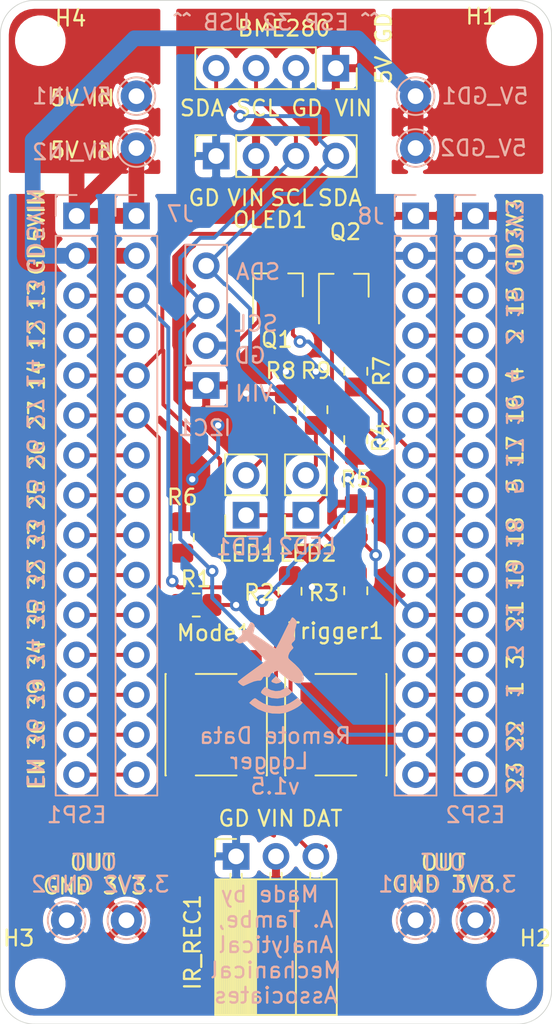
<source format=kicad_pcb>
(kicad_pcb (version 20171130) (host pcbnew "(5.1.9-0-10_14)")
  (layers (0 F.Cu signal hide) (31 B.Cu signal hide) (34 B.Paste user) (35 F.Paste user) (36 B.SilkS user) (37 F.SilkS user) (38 B.Mask user) (39 F.Mask user) (44 Edge.Cuts user))
  (net 0 "")
  (net 1 /GND)
  (net 2 /3V3)
  (net 3 /SDA)
  (net 4 /SCL)
  (net 5 "Net-(Q1-Pad2)")
  (net 6 /5VIN)
  (net 7 /5VGD)
  (net 8 "Net-(ESP1-Pad15)")
  (net 9 "Net-(ESP1-Pad14)")
  (net 10 "Net-(ESP1-Pad13)")
  (net 11 "Net-(ESP1-Pad12)")
  (net 12 "Net-(ESP1-Pad11)")
  (net 13 "Net-(ESP1-Pad10)")
  (net 14 "Net-(ESP1-Pad9)")
  (net 15 "Net-(ESP1-Pad8)")
  (net 16 "Net-(ESP1-Pad7)")
  (net 17 "Net-(ESP1-Pad6)")
  (net 18 "Net-(ESP1-Pad5)")
  (net 19 "Net-(ESP1-Pad4)")
  (net 20 "Net-(ESP1-Pad3)")
  (net 21 "Net-(ESP2-Pad15)")
  (net 22 "Net-(ESP2-Pad13)")
  (net 23 "Net-(ESP2-Pad12)")
  (net 24 "Net-(ESP2-Pad10)")
  (net 25 "Net-(ESP2-Pad9)")
  (net 26 "Net-(ESP2-Pad8)")
  (net 27 "Net-(ESP2-Pad7)")
  (net 28 "Net-(ESP2-Pad6)")
  (net 29 "Net-(ESP2-Pad5)")
  (net 30 "Net-(ESP2-Pad4)")
  (net 31 "Net-(ESP2-Pad3)")
  (net 32 "Net-(IR_REC1-Pad3)")
  (net 33 "Net-(LED1-Pad2)")
  (net 34 "Net-(LED1-Pad1)")
  (net 35 "Net-(LED2-Pad2)")
  (net 36 "Net-(Q2-Pad2)")
  (module Resistor_SMD:R_0805_2012Metric_Pad1.20x1.40mm_HandSolder (layer F.Cu) (at 172.72 129.175 90)
    (fp_text reference R9 (at 2.4798 0 180) (layer F.SilkS))
    (fp_text value 220)
    (pad 2 smd roundrect (at 1 0 90) (size 1.2 1.4) (layers F.Cu F.Paste F.Mask) (roundrect_rratio 0.208333) (net 1 /GND))
    (pad 1 smd roundrect (at -1 0 90) (size 1.2 1.4) (layers F.Cu F.Paste F.Mask) (roundrect_rratio 0.208333) (net 35 "Net-(LED2-Pad2)"))
  )
  (module Resistor_SMD:R_0805_2012Metric_Pad1.20x1.40mm_HandSolder (layer F.Cu) (at 170.815 129.175 90)
    (fp_text reference R8 (at 2.4798 -0.3302 180) (layer F.SilkS))
    (fp_text value 220)
    (pad 2 smd roundrect (at 1 0 90) (size 1.2 1.4) (layers F.Cu F.Paste F.Mask) (roundrect_rratio 0.208333) (net 1 /GND))
    (pad 1 smd roundrect (at -1 0 90) (size 1.2 1.4) (layers F.Cu F.Paste F.Mask) (roundrect_rratio 0.208333) (net 33 "Net-(LED1-Pad2)"))
  )
  (module Resistor_SMD:R_0805_2012Metric_Pad1.20x1.40mm_HandSolder (layer F.Cu) (at 175.26 126.73 270)
    (fp_text reference R7 (at 0 -1.65 90) (layer F.SilkS))
    (fp_text value 100)
    (pad 2 smd roundrect (at 1 0 270) (size 1.2 1.4) (layers F.Cu F.Paste F.Mask) (roundrect_rratio 0.208333) (net 27 "Net-(ESP2-Pad7)"))
    (pad 1 smd roundrect (at -1 0 270) (size 1.2 1.4) (layers F.Cu F.Paste F.Mask) (roundrect_rratio 0.208333) (net 36 "Net-(Q2-Pad2)"))
  )
  (module Package_TO_SOT_SMD:SOT-23_Handsoldering (layer F.Cu) (at 174.498 121.285 90)
    (fp_text reference Q2 (at 3.429 0.1016) (layer F.SilkS))
    (fp_text value 2N2219)
    (pad 3 smd rect (at 1.5 0 90) (size 1.9 0.8) (layers F.Cu F.Paste F.Mask) (net 2 /3V3))
    (pad 2 smd rect (at -1.5 0.95 90) (size 1.9 0.8) (layers F.Cu F.Paste F.Mask) (net 36 "Net-(Q2-Pad2)"))
    (pad 1 smd rect (at -1.5 -0.95 90) (size 1.9 0.8) (layers F.Cu F.Paste F.Mask) (net 34 "Net-(LED1-Pad1)"))
  )
  (module Connector_PinSocket_2.54mm:PinSocket_1x02_P2.54mm_Vertical (layer F.Cu) (at 172.085 135.89 180)
    (fp_text reference LED2 (at -0.127 -2.4384) (layer F.SilkS))
    (fp_text value "ANO CAT")
    (pad 2 thru_hole oval (at 0 2.54 180) (size 1.7 1.7) (drill 1) (layers *.Cu *.Mask) (net 35 "Net-(LED2-Pad2)"))
    (pad 1 thru_hole rect (at 0 0 180) (size 1.7 1.7) (drill 1) (layers *.Cu *.Mask) (net 34 "Net-(LED1-Pad1)"))
  )
  (module Connector_PinSocket_2.54mm:PinSocket_1x02_P2.54mm_Vertical (layer F.Cu) (at 168.275 135.89 180)
    (fp_text reference LED1 (at -0.0762 -2.4384) (layer F.SilkS))
    (fp_text value "AN CAT")
    (pad 2 thru_hole oval (at 0 2.54 180) (size 1.7 1.7) (drill 1) (layers *.Cu *.Mask) (net 33 "Net-(LED1-Pad2)"))
    (pad 1 thru_hole rect (at 0 0 180) (size 1.7 1.7) (drill 1) (layers *.Cu *.Mask) (net 34 "Net-(LED1-Pad1)"))
  )
  (module MountingHole:MountingHole_2.2mm_M2 (layer F.Cu) (at 155.1686 105.6894)
    (fp_text reference H4 (at 1.9304 -1.4224) (layer F.SilkS))
    (fp_text value MountingHole)
    (pad 1 np_thru_hole circle (at 0 0) (size 2.2 2.2) (drill 2.2) (layers *.Cu *.Mask))
  )
  (module MountingHole:MountingHole_2.2mm_M2 (layer F.Cu) (at 155.1686 165.7096)
    (fp_text reference H3 (at -1.3716 -2.8956) (layer F.SilkS))
    (fp_text value MountingHole)
    (pad 1 np_thru_hole circle (at 0 0) (size 2.2 2.2) (drill 2.2) (layers *.Cu *.Mask))
  )
  (module MountingHole:MountingHole_2.2mm_M2 (layer F.Cu) (at 185.1914 165.7096)
    (fp_text reference H2 (at 1.4986 -2.8956) (layer F.SilkS))
    (fp_text value MountingHole)
    (pad 1 np_thru_hole circle (at 0 0) (size 2.2 2.2) (drill 2.2) (layers *.Cu *.Mask))
  )
  (module MountingHole:MountingHole_2.2mm_M2 (layer F.Cu) (at 185.1914 105.6894)
    (fp_text reference H1 (at -1.9304 -1.5494) (layer F.SilkS))
    (fp_text value MountingHole)
    (pad 1 np_thru_hole circle (at 0 0) (size 2.2 2.2) (drill 2.2) (layers *.Cu *.Mask))
  )
  (module Resistor_SMD:R_0805_2012Metric_Pad1.20x1.40mm_HandSolder (layer F.Cu) (at 164.211 137.303 90)
    (fp_text reference R6 (at 2.556 0 180) (layer F.SilkS))
    (fp_text value 2400)
    (pad 2 smd roundrect (at 1 0 90) (size 1.2 1.4) (layers F.Cu F.Paste F.Mask) (roundrect_rratio 0.208333) (net 2 /3V3))
    (pad 1 smd roundrect (at -1 0 90) (size 1.2 1.4) (layers F.Cu F.Paste F.Mask) (roundrect_rratio 0.208333) (net 4 /SCL))
  )
  (module Resistor_SMD:R_0805_2012Metric_Pad1.20x1.40mm_HandSolder (layer F.Cu) (at 175.26 136.16 90)
    (fp_text reference R5 (at 2.556 0 180) (layer F.SilkS))
    (fp_text value 2400)
    (pad 2 smd roundrect (at 1 0 90) (size 1.2 1.4) (layers F.Cu F.Paste F.Mask) (roundrect_rratio 0.208333) (net 2 /3V3))
    (pad 1 smd roundrect (at -1 0 90) (size 1.2 1.4) (layers F.Cu F.Paste F.Mask) (roundrect_rratio 0.208333) (net 3 /SDA))
  )
  (module amazon_ready_station:plane_graphic (layer B.Cu) (at 169.8752 145.542 180)
    (fp_text reference G*** hide)
    (fp_text value LOGO hide)
  )
  (module TestPoint:TestPoint_THTPad_D2.0mm_Drill1.0mm (layer B.Cu) (at 161.29 112.522)
    (fp_text reference 5V_IN2 (at -4.1148 0.254) (layer B.SilkS) (effects (justify mirror)))
    (fp_text value TestPoint)
    (pad 1 thru_hole circle (at 0 0) (size 2 2) (drill 1) (layers *.Cu *.Mask) (net 6 /5VIN))
  )
  (module TestPoint:TestPoint_THTPad_D2.0mm_Drill1.0mm (layer B.Cu) (at 179.07 112.522)
    (fp_text reference 5V_GD2 (at 4.318 0) (layer B.SilkS) (effects (justify mirror)))
    (fp_text value TestPoint)
    (pad 1 thru_hole circle (at 0 0) (size 2 2) (drill 1) (layers *.Cu *.Mask) (net 7 /5VGD))
  )
  (module Button_Switch_SMD:SW_Push_1P1T_NO_6x6mm_H9.5mm (layer F.Cu) (at 166.37 149.225 90)
    (fp_text reference Mode1 (at 5.842 -0.127 180) (layer F.SilkS))
    (fp_text value SW_Push)
    (pad 2 smd rect (at 3.975 2.25 90) (size 1.55 1.3) (layers F.Cu F.Paste F.Mask) (net 17 "Net-(ESP1-Pad6)"))
    (pad 1 smd rect (at 3.975 -2.25 90) (size 1.55 1.3) (layers F.Cu F.Paste F.Mask) (net 2 /3V3))
    (pad 1 smd rect (at -3.975 -2.25 90) (size 1.55 1.3) (layers F.Cu F.Paste F.Mask) (net 2 /3V3))
    (pad 2 smd rect (at -3.975 2.25 90) (size 1.55 1.3) (layers F.Cu F.Paste F.Mask) (net 17 "Net-(ESP1-Pad6)"))
  )
  (module TestPoint:TestPoint_THTPad_D2.0mm_Drill1.0mm (layer B.Cu) (at 161.29 109.22)
    (fp_text reference 5V_IN1 (at -4.1148 0) (layer B.SilkS) (effects (justify mirror)))
    (fp_text value TestPoint)
    (pad 1 thru_hole circle (at 0 0) (size 2 2) (drill 1) (layers *.Cu *.Mask) (net 6 /5VIN))
  )
  (module TestPoint:TestPoint_THTPad_D2.0mm_Drill1.0mm (layer B.Cu) (at 179.07 109.22)
    (fp_text reference 5V_GD1 (at 4.4196 0) (layer B.SilkS) (effects (justify mirror)))
    (fp_text value TestPoint)
    (pad 1 thru_hole circle (at 0 0) (size 2 2) (drill 1) (layers *.Cu *.Mask) (net 7 /5VGD))
  )
  (module TestPoint:TestPoint_THTPad_D2.0mm_Drill1.0mm (layer B.Cu) (at 156.845 161.671)
    (fp_text reference GND2 (at -0.254 -2.286) (layer B.SilkS) (effects (justify mirror)))
    (fp_text value TestPoint)
    (pad 1 thru_hole circle (at 0 0) (size 2 2) (drill 1) (layers *.Cu *.Mask) (net 1 /GND))
  )
  (module TestPoint:TestPoint_THTPad_D2.0mm_Drill1.0mm (layer B.Cu) (at 179.07 161.671)
    (fp_text reference GND1 (at -0.381 -2.286) (layer B.SilkS) (effects (justify mirror)))
    (fp_text value TestPoint)
    (pad 1 thru_hole circle (at 0 0) (size 2 2) (drill 1) (layers *.Cu *.Mask) (net 1 /GND))
  )
  (module TestPoint:TestPoint_THTPad_D2.0mm_Drill1.0mm (layer B.Cu) (at 160.655 161.671)
    (fp_text reference 3.3V2 (at 0.635 -2.286) (layer B.SilkS) (effects (justify mirror)))
    (fp_text value TestPoint)
    (pad 1 thru_hole circle (at 0 0) (size 2 2) (drill 1) (layers *.Cu *.Mask) (net 2 /3V3))
  )
  (module TestPoint:TestPoint_THTPad_D2.0mm_Drill1.0mm (layer B.Cu) (at 182.88 161.671)
    (fp_text reference 3.3V1 (at 0.508 -2.286) (layer B.SilkS) (effects (justify mirror)))
    (fp_text value TestPoint)
    (pad 1 thru_hole circle (at 0 0) (size 2 2) (drill 1) (layers *.Cu *.Mask) (net 2 /3V3))
  )
  (module Connector_PinSocket_2.54mm:PinSocket_1x03_P2.54mm_Horizontal (layer F.Cu) (at 167.64 157.607 90)
    (fp_text reference IR_REC1 (at -5.461 -2.77 270) (layer F.SilkS))
    (fp_text value IR_RECVR_GND_VIN_DAT)
    (pad 3 thru_hole oval (at 0 5.08 90) (size 1.7 1.7) (drill 1) (layers *.Cu *.Mask) (net 32 "Net-(IR_REC1-Pad3)"))
    (pad 2 thru_hole oval (at 0 2.54 90) (size 1.7 1.7) (drill 1) (layers *.Cu *.Mask) (net 2 /3V3))
    (pad 1 thru_hole rect (at 0 0 90) (size 1.7 1.7) (drill 1) (layers *.Cu *.Mask) (net 1 /GND))
  )
  (module Connector_PinSocket_2.54mm:PinSocket_1x04_P2.54mm_Vertical (layer B.Cu) (at 165.735 127.635)
    (fp_text reference I2C1 (at -0.1016 2.69748 180) (layer B.SilkS) (effects (justify mirror)))
    (fp_text value "MISC VIN GND SCL SDA")
    (pad 1 thru_hole rect (at 0 0) (size 1.7 1.7) (drill 1) (layers *.Cu *.Mask) (net 2 /3V3))
    (pad 2 thru_hole oval (at 0 -2.54) (size 1.7 1.7) (drill 1) (layers *.Cu *.Mask) (net 1 /GND))
    (pad 3 thru_hole oval (at 0 -5.08) (size 1.7 1.7) (drill 1) (layers *.Cu *.Mask) (net 4 /SCL))
    (pad 4 thru_hole oval (at 0 -7.62) (size 1.7 1.7) (drill 1) (layers *.Cu *.Mask) (net 3 /SDA))
  )
  (module Button_Switch_SMD:SW_Push_1P1T_NO_6x6mm_H9.5mm (layer F.Cu) (at 173.99 149.225 270)
    (fp_text reference Trigger1 (at -5.969 0 180) (layer F.SilkS))
    (fp_text value SW_Push)
    (pad 2 smd rect (at 3.975 2.25 270) (size 1.55 1.3) (layers F.Cu F.Paste F.Mask) (net 20 "Net-(ESP1-Pad3)"))
    (pad 1 smd rect (at 3.975 -2.25 270) (size 1.55 1.3) (layers F.Cu F.Paste F.Mask) (net 2 /3V3))
    (pad 1 smd rect (at -3.975 -2.25 270) (size 1.55 1.3) (layers F.Cu F.Paste F.Mask) (net 2 /3V3))
    (pad 2 smd rect (at -3.975 2.25 270) (size 1.55 1.3) (layers F.Cu F.Paste F.Mask) (net 20 "Net-(ESP1-Pad3)"))
  )
  (module Resistor_SMD:R_0805_2012Metric_Pad1.20x1.40mm_HandSolder (layer F.Cu) (at 175.26 131.08 270)
    (fp_text reference R4 (at -0.1684 -1.5748 270) (layer F.SilkS))
    (fp_text value 100K)
    (pad 2 smd roundrect (at 1 0 270) (size 1.2 1.4) (layers F.Cu F.Paste F.Mask) (roundrect_rratio 0.2083325) (net 32 "Net-(IR_REC1-Pad3)"))
    (pad 1 smd roundrect (at -1 0 270) (size 1.2 1.4) (layers F.Cu F.Paste F.Mask) (roundrect_rratio 0.2083325) (net 5 "Net-(Q1-Pad2)"))
  )
  (module Resistor_SMD:R_0805_2012Metric_Pad1.20x1.40mm_HandSolder (layer F.Cu) (at 175.26 140.7 90)
    (fp_text reference R3 (at -0.143 -2.032 180) (layer F.SilkS))
    (fp_text value 10K)
    (pad 2 smd roundrect (at 1 0 90) (size 1.2 1.4) (layers F.Cu F.Paste F.Mask) (roundrect_rratio 0.2083325) (net 18 "Net-(ESP1-Pad5)"))
    (pad 1 smd roundrect (at -1 0 90) (size 1.2 1.4) (layers F.Cu F.Paste F.Mask) (roundrect_rratio 0.2083325) (net 2 /3V3))
  )
  (module Resistor_SMD:R_0805_2012Metric_Pad1.20x1.40mm_HandSolder (layer F.Cu) (at 171.069 140.732 90)
    (fp_text reference R2 (at -0.0856 -1.9558 180) (layer F.SilkS))
    (fp_text value 10K)
    (pad 2 smd roundrect (at 1 0 90) (size 1.2 1.4) (layers F.Cu F.Paste F.Mask) (roundrect_rratio 0.2083325) (net 1 /GND))
    (pad 1 smd roundrect (at -1 0 90) (size 1.2 1.4) (layers F.Cu F.Paste F.Mask) (roundrect_rratio 0.2083325) (net 20 "Net-(ESP1-Pad3)"))
  )
  (module Resistor_SMD:R_0805_2012Metric_Pad1.20x1.40mm_HandSolder (layer F.Cu) (at 165.1 141.605)
    (fp_text reference R1 (at -0.016 -1.651) (layer F.SilkS))
    (fp_text value 10K)
    (pad 2 smd roundrect (at 1 0) (size 1.2 1.4) (layers F.Cu F.Paste F.Mask) (roundrect_rratio 0.2083325) (net 1 /GND))
    (pad 1 smd roundrect (at -1 0) (size 1.2 1.4) (layers F.Cu F.Paste F.Mask) (roundrect_rratio 0.2083325) (net 17 "Net-(ESP1-Pad6)"))
  )
  (module Package_TO_SOT_SMD:SOT-23_Handsoldering (layer F.Cu) (at 170.307 121.261 90)
    (fp_text reference Q1 (at -3.453 -0.0762 180) (layer F.SilkS))
    (fp_text value 2N2219)
    (pad 3 smd rect (at 1.5 0 90) (size 1.9 0.8) (layers F.Cu F.Paste F.Mask) (net 18 "Net-(ESP1-Pad5)"))
    (pad 2 smd rect (at -1.5 0.95 90) (size 1.9 0.8) (layers F.Cu F.Paste F.Mask) (net 5 "Net-(Q1-Pad2)"))
    (pad 1 smd rect (at -1.5 -0.95 90) (size 1.9 0.8) (layers F.Cu F.Paste F.Mask) (net 1 /GND))
  )
  (module Connector_PinSocket_2.54mm:PinSocket_1x15_P2.54mm_Vertical (layer B.Cu) (at 179.07 116.84 180)
    (fp_text reference J8 (at 2.84988 -0.0254) (layer B.SilkS) (effects (justify mirror)))
    (fp_text value BRKOUT_RIGHT)
    (pad 15 thru_hole oval (at 0 -35.56 180) (size 1.7 1.7) (drill 1) (layers *.Cu *.Mask) (net 21 "Net-(ESP2-Pad15)"))
    (pad 14 thru_hole oval (at 0 -33.02 180) (size 1.7 1.7) (drill 1) (layers *.Cu *.Mask) (net 4 /SCL))
    (pad 13 thru_hole oval (at 0 -30.48 180) (size 1.7 1.7) (drill 1) (layers *.Cu *.Mask) (net 22 "Net-(ESP2-Pad13)"))
    (pad 12 thru_hole oval (at 0 -27.94 180) (size 1.7 1.7) (drill 1) (layers *.Cu *.Mask) (net 23 "Net-(ESP2-Pad12)"))
    (pad 11 thru_hole oval (at 0 -25.4 180) (size 1.7 1.7) (drill 1) (layers *.Cu *.Mask) (net 3 /SDA))
    (pad 10 thru_hole oval (at 0 -22.86 180) (size 1.7 1.7) (drill 1) (layers *.Cu *.Mask) (net 24 "Net-(ESP2-Pad10)"))
    (pad 9 thru_hole oval (at 0 -20.32 180) (size 1.7 1.7) (drill 1) (layers *.Cu *.Mask) (net 25 "Net-(ESP2-Pad9)"))
    (pad 8 thru_hole oval (at 0 -17.78 180) (size 1.7 1.7) (drill 1) (layers *.Cu *.Mask) (net 26 "Net-(ESP2-Pad8)"))
    (pad 7 thru_hole oval (at 0 -15.24 180) (size 1.7 1.7) (drill 1) (layers *.Cu *.Mask) (net 27 "Net-(ESP2-Pad7)"))
    (pad 6 thru_hole oval (at 0 -12.7 180) (size 1.7 1.7) (drill 1) (layers *.Cu *.Mask) (net 28 "Net-(ESP2-Pad6)"))
    (pad 5 thru_hole oval (at 0 -10.16 180) (size 1.7 1.7) (drill 1) (layers *.Cu *.Mask) (net 29 "Net-(ESP2-Pad5)"))
    (pad 4 thru_hole oval (at 0 -7.62 180) (size 1.7 1.7) (drill 1) (layers *.Cu *.Mask) (net 30 "Net-(ESP2-Pad4)"))
    (pad 3 thru_hole oval (at 0 -5.08 180) (size 1.7 1.7) (drill 1) (layers *.Cu *.Mask) (net 31 "Net-(ESP2-Pad3)"))
    (pad 2 thru_hole oval (at 0 -2.54 180) (size 1.7 1.7) (drill 1) (layers *.Cu *.Mask) (net 1 /GND))
    (pad 1 thru_hole rect (at 0 0 180) (size 1.7 1.7) (drill 1) (layers *.Cu *.Mask) (net 2 /3V3))
  )
  (module Connector_PinSocket_2.54mm:PinSocket_1x15_P2.54mm_Vertical (layer B.Cu) (at 161.29 116.84 180)
    (fp_text reference J7 (at -2.794 0.127) (layer B.SilkS) (effects (justify mirror)))
    (fp_text value BRKOUT_LEFT)
    (pad 15 thru_hole oval (at 0 -35.56 180) (size 1.7 1.7) (drill 1) (layers *.Cu *.Mask) (net 8 "Net-(ESP1-Pad15)"))
    (pad 14 thru_hole oval (at 0 -33.02 180) (size 1.7 1.7) (drill 1) (layers *.Cu *.Mask) (net 9 "Net-(ESP1-Pad14)"))
    (pad 13 thru_hole oval (at 0 -30.48 180) (size 1.7 1.7) (drill 1) (layers *.Cu *.Mask) (net 10 "Net-(ESP1-Pad13)"))
    (pad 12 thru_hole oval (at 0 -27.94 180) (size 1.7 1.7) (drill 1) (layers *.Cu *.Mask) (net 11 "Net-(ESP1-Pad12)"))
    (pad 11 thru_hole oval (at 0 -25.4 180) (size 1.7 1.7) (drill 1) (layers *.Cu *.Mask) (net 12 "Net-(ESP1-Pad11)"))
    (pad 10 thru_hole oval (at 0 -22.86 180) (size 1.7 1.7) (drill 1) (layers *.Cu *.Mask) (net 13 "Net-(ESP1-Pad10)"))
    (pad 9 thru_hole oval (at 0 -20.32 180) (size 1.7 1.7) (drill 1) (layers *.Cu *.Mask) (net 14 "Net-(ESP1-Pad9)"))
    (pad 8 thru_hole oval (at 0 -17.78 180) (size 1.7 1.7) (drill 1) (layers *.Cu *.Mask) (net 15 "Net-(ESP1-Pad8)"))
    (pad 7 thru_hole oval (at 0 -15.24 180) (size 1.7 1.7) (drill 1) (layers *.Cu *.Mask) (net 16 "Net-(ESP1-Pad7)"))
    (pad 6 thru_hole oval (at 0 -12.7 180) (size 1.7 1.7) (drill 1) (layers *.Cu *.Mask) (net 17 "Net-(ESP1-Pad6)"))
    (pad 5 thru_hole oval (at 0 -10.16 180) (size 1.7 1.7) (drill 1) (layers *.Cu *.Mask) (net 18 "Net-(ESP1-Pad5)"))
    (pad 4 thru_hole oval (at 0 -7.62 180) (size 1.7 1.7) (drill 1) (layers *.Cu *.Mask) (net 19 "Net-(ESP1-Pad4)"))
    (pad 3 thru_hole oval (at 0 -5.08 180) (size 1.7 1.7) (drill 1) (layers *.Cu *.Mask) (net 20 "Net-(ESP1-Pad3)"))
    (pad 2 thru_hole oval (at 0 -2.54 180) (size 1.7 1.7) (drill 1) (layers *.Cu *.Mask) (net 7 /5VGD))
    (pad 1 thru_hole rect (at 0 0 180) (size 1.7 1.7) (drill 1) (layers *.Cu *.Mask) (net 6 /5VIN))
  )
  (module Connector_PinSocket_2.54mm:PinSocket_1x15_P2.54mm_Vertical (layer B.Cu) (at 182.88 116.84 180)
    (fp_text reference ESP2 (at 0 -38.1254) (layer B.SilkS) (effects (justify mirror)))
    (fp_text value "ESP32 Right 3V3 GND to D22 D23")
    (pad 15 thru_hole oval (at 0 -35.56 180) (size 1.7 1.7) (drill 1) (layers *.Cu *.Mask) (net 21 "Net-(ESP2-Pad15)"))
    (pad 14 thru_hole oval (at 0 -33.02 180) (size 1.7 1.7) (drill 1) (layers *.Cu *.Mask) (net 4 /SCL))
    (pad 13 thru_hole oval (at 0 -30.48 180) (size 1.7 1.7) (drill 1) (layers *.Cu *.Mask) (net 22 "Net-(ESP2-Pad13)"))
    (pad 12 thru_hole oval (at 0 -27.94 180) (size 1.7 1.7) (drill 1) (layers *.Cu *.Mask) (net 23 "Net-(ESP2-Pad12)"))
    (pad 11 thru_hole oval (at 0 -25.4 180) (size 1.7 1.7) (drill 1) (layers *.Cu *.Mask) (net 3 /SDA))
    (pad 10 thru_hole oval (at 0 -22.86 180) (size 1.7 1.7) (drill 1) (layers *.Cu *.Mask) (net 24 "Net-(ESP2-Pad10)"))
    (pad 9 thru_hole oval (at 0 -20.32 180) (size 1.7 1.7) (drill 1) (layers *.Cu *.Mask) (net 25 "Net-(ESP2-Pad9)"))
    (pad 8 thru_hole oval (at 0 -17.78 180) (size 1.7 1.7) (drill 1) (layers *.Cu *.Mask) (net 26 "Net-(ESP2-Pad8)"))
    (pad 7 thru_hole oval (at 0 -15.24 180) (size 1.7 1.7) (drill 1) (layers *.Cu *.Mask) (net 27 "Net-(ESP2-Pad7)"))
    (pad 6 thru_hole oval (at 0 -12.7 180) (size 1.7 1.7) (drill 1) (layers *.Cu *.Mask) (net 28 "Net-(ESP2-Pad6)"))
    (pad 5 thru_hole oval (at 0 -10.16 180) (size 1.7 1.7) (drill 1) (layers *.Cu *.Mask) (net 29 "Net-(ESP2-Pad5)"))
    (pad 4 thru_hole oval (at 0 -7.62 180) (size 1.7 1.7) (drill 1) (layers *.Cu *.Mask) (net 30 "Net-(ESP2-Pad4)"))
    (pad 3 thru_hole oval (at 0 -5.08 180) (size 1.7 1.7) (drill 1) (layers *.Cu *.Mask) (net 31 "Net-(ESP2-Pad3)"))
    (pad 2 thru_hole oval (at 0 -2.54 180) (size 1.7 1.7) (drill 1) (layers *.Cu *.Mask) (net 1 /GND))
    (pad 1 thru_hole rect (at 0 0 180) (size 1.7 1.7) (drill 1) (layers *.Cu *.Mask) (net 2 /3V3))
  )
  (module Connector_PinSocket_2.54mm:PinSocket_1x04_P2.54mm_Vertical (layer F.Cu) (at 166.37 113.03 90)
    (fp_text reference OLED1 (at -4.064 3.429 180) (layer F.SilkS))
    (fp_text value "SSD1306 GND VCC SCL SDA")
    (pad 4 thru_hole oval (at 0 7.62 90) (size 1.7 1.7) (drill 1) (layers *.Cu *.Mask) (net 3 /SDA))
    (pad 3 thru_hole oval (at 0 5.08 90) (size 1.7 1.7) (drill 1) (layers *.Cu *.Mask) (net 4 /SCL))
    (pad 2 thru_hole oval (at 0 2.54 90) (size 1.7 1.7) (drill 1) (layers *.Cu *.Mask) (net 2 /3V3))
    (pad 1 thru_hole rect (at 0 0 90) (size 1.7 1.7) (drill 1) (layers *.Cu *.Mask) (net 1 /GND))
  )
  (module Connector_PinSocket_2.54mm:PinSocket_1x04_P2.54mm_Vertical (layer F.Cu) (at 173.99 107.442 270)
    (fp_text reference BME280 (at -2.54 3.302 180) (layer F.SilkS))
    (fp_text value "BMP180 VIN GND SCL SDA")
    (pad 4 thru_hole oval (at 0 7.62 270) (size 1.7 1.7) (drill 1) (layers *.Cu *.Mask) (net 3 /SDA))
    (pad 3 thru_hole oval (at 0 5.08 270) (size 1.7 1.7) (drill 1) (layers *.Cu *.Mask) (net 4 /SCL))
    (pad 2 thru_hole oval (at 0 2.54 270) (size 1.7 1.7) (drill 1) (layers *.Cu *.Mask) (net 1 /GND))
    (pad 1 thru_hole rect (at 0 0 270) (size 1.7 1.7) (drill 1) (layers *.Cu *.Mask) (net 2 /3V3))
  )
  (module Connector_PinSocket_2.54mm:PinSocket_1x15_P2.54mm_Vertical (layer B.Cu) (at 157.48 116.84 180)
    (fp_text reference ESP1 (at -0.00508 -38.13048) (layer B.SilkS) (effects (justify mirror)))
    (fp_text value "ESP 32 Left VIN GND to VP EN")
    (pad 15 thru_hole oval (at 0 -35.56 180) (size 1.7 1.7) (drill 1) (layers *.Cu *.Mask) (net 8 "Net-(ESP1-Pad15)"))
    (pad 14 thru_hole oval (at 0 -33.02 180) (size 1.7 1.7) (drill 1) (layers *.Cu *.Mask) (net 9 "Net-(ESP1-Pad14)"))
    (pad 13 thru_hole oval (at 0 -30.48 180) (size 1.7 1.7) (drill 1) (layers *.Cu *.Mask) (net 10 "Net-(ESP1-Pad13)"))
    (pad 12 thru_hole oval (at 0 -27.94 180) (size 1.7 1.7) (drill 1) (layers *.Cu *.Mask) (net 11 "Net-(ESP1-Pad12)"))
    (pad 11 thru_hole oval (at 0 -25.4 180) (size 1.7 1.7) (drill 1) (layers *.Cu *.Mask) (net 12 "Net-(ESP1-Pad11)"))
    (pad 10 thru_hole oval (at 0 -22.86 180) (size 1.7 1.7) (drill 1) (layers *.Cu *.Mask) (net 13 "Net-(ESP1-Pad10)"))
    (pad 9 thru_hole oval (at 0 -20.32 180) (size 1.7 1.7) (drill 1) (layers *.Cu *.Mask) (net 14 "Net-(ESP1-Pad9)"))
    (pad 8 thru_hole oval (at 0 -17.78 180) (size 1.7 1.7) (drill 1) (layers *.Cu *.Mask) (net 15 "Net-(ESP1-Pad8)"))
    (pad 7 thru_hole oval (at 0 -15.24 180) (size 1.7 1.7) (drill 1) (layers *.Cu *.Mask) (net 16 "Net-(ESP1-Pad7)"))
    (pad 6 thru_hole oval (at 0 -12.7 180) (size 1.7 1.7) (drill 1) (layers *.Cu *.Mask) (net 17 "Net-(ESP1-Pad6)"))
    (pad 5 thru_hole oval (at 0 -10.16 180) (size 1.7 1.7) (drill 1) (layers *.Cu *.Mask) (net 18 "Net-(ESP1-Pad5)"))
    (pad 4 thru_hole oval (at 0 -7.62 180) (size 1.7 1.7) (drill 1) (layers *.Cu *.Mask) (net 19 "Net-(ESP1-Pad4)"))
    (pad 3 thru_hole oval (at 0 -5.08 180) (size 1.7 1.7) (drill 1) (layers *.Cu *.Mask) (net 20 "Net-(ESP1-Pad3)"))
    (pad 2 thru_hole oval (at 0 -2.54 180) (size 1.7 1.7) (drill 1) (layers *.Cu *.Mask) (net 7 /5VGD))
    (pad 1 thru_hole rect (at 0 0 180) (size 1.7 1.7) (drill 1) (layers *.Cu *.Mask) (net 6 /5VIN))
  )
  (gr_text LED2 (at 172.1612 137.8712) (layer B.SilkS) (effects (font (size 1 1)) (justify mirror)))
  (gr_text LED1 (at 168.1988 137.922) (layer B.SilkS) (effects (font (size 1 1)) (justify mirror)))
  (gr_text "Remote Data\n Logger\nv1.5" (at 170.1292 151.5364) (layer B.SilkS) (effects (font (size 1 1)) (justify mirror)))
  (gr_text 33 (at 154.813 137.033 270) (layer B.SilkS) (effects (font (size 1 1)) (justify mirror)))
  (gr_text 27 (at 154.813 129.413 270) (layer B.SilkS) (effects (font (size 1 1)) (justify mirror)))
  (gr_text 5VIN (at 154.813 116.713 270) (layer B.SilkS) (effects (font (size 1 1)) (justify mirror)))
  (gr_text GD (at 154.813 119.507 270) (layer B.SilkS) (effects (font (size 1 1)) (justify mirror)))
  (gr_text 13 (at 154.813 121.793 270) (layer B.SilkS) (effects (font (size 1 1)) (justify mirror)))
  (gr_text 12 (at 154.813 124.333 270) (layer B.SilkS) (effects (font (size 1 1)) (justify mirror)))
  (gr_text 14 (at 154.813 126.873 270) (layer B.SilkS) (effects (font (size 1 1)) (justify mirror)))
  (gr_text 26 (at 154.813 131.953 270) (layer B.SilkS) (effects (font (size 1 1)) (justify mirror)))
  (gr_text 25 (at 154.813 134.493 270) (layer B.SilkS) (effects (font (size 1 1)) (justify mirror)))
  (gr_text 32 (at 154.813 139.573 270) (layer B.SilkS) (effects (font (size 1 1)) (justify mirror)))
  (gr_text 35 (at 154.813 142.113 270) (layer B.SilkS) (effects (font (size 1 1)) (justify mirror)))
  (gr_text 34 (at 154.813 144.653 270) (layer B.SilkS) (effects (font (size 1 1)) (justify mirror)))
  (gr_text 39 (at 154.813 147.193 270) (layer B.SilkS) (effects (font (size 1 1)) (justify mirror)))
  (gr_text 36 (at 154.813 149.733 270) (layer B.SilkS) (effects (font (size 1 1)) (justify mirror)))
  (gr_text EN (at 154.813 152.273 270) (layer B.SilkS) (effects (font (size 1 1)) (justify mirror)))
  (gr_text 3V3 (at 185.33364 117.21084 270) (layer B.SilkS) (effects (font (size 1 1)) (justify mirror)))
  (gr_text "23 22  1  3 21 19 18  5 17 16 4  2 15 GD" (at 185.34888 136.15924 -90) (layer B.SilkS) (effects (font (size 1 1)) (justify mirror)))
  (gr_text 3V3 (at 185.42 117.094 90) (layer F.SilkS) (effects (font (size 1 1))))
  (gr_text GD (at 167.513 155.194) (layer F.SilkS) (effects (font (size 1 1))))
  (gr_text DAT (at 173.101 155.194) (layer F.SilkS) (effects (font (size 1 1))))
  (gr_text "5V GD" (at 177.038 106.172 90) (layer F.SilkS) (effects (font (size 1 1))))
  (gr_text "5V IN" (at 157.861 112.649) (layer F.SilkS) (effects (font (size 1 1))))
  (gr_text "5V IN" (at 157.861 109.347) (layer F.SilkS) (effects (font (size 1 1))))
  (gr_text OUT (at 158.496 157.988) (layer F.SilkS) (effects (font (size 1 1))))
  (gr_text OUT (at 180.848 157.988) (layer F.SilkS) (effects (font (size 1 1))))
  (gr_text OUT (at 158.623 157.988) (layer B.SilkS) (effects (font (size 1 1)) (justify mirror)))
  (gr_text OUT (at 180.848 157.988) (layer B.SilkS) (effects (font (size 1 1)) (justify mirror)))
  (gr_arc (start 154.7876 105.283) (end 154.7876 103.124) (angle -90) (layer Edge.Cuts) (width 0.05))
  (gr_arc (start 185.5724 105.283) (end 187.7314 105.283) (angle -90) (layer Edge.Cuts) (width 0.05))
  (gr_arc (start 185.5724 166.116) (end 185.5724 168.275) (angle -90) (layer Edge.Cuts) (width 0.05))
  (gr_arc (start 154.7876 166.116) (end 152.6286 166.116) (angle -90) (layer Edge.Cuts) (width 0.05))
  (gr_text GD (at 165.608 115.697) (layer F.SilkS) (effects (font (size 1 1))))
  (gr_text VIN (at 168.275 115.697) (layer F.SilkS) (effects (font (size 1 1))))
  (gr_text "^^ ESP 32 USB ^^" (at 170.18 104.521) (layer B.SilkS) (effects (font (size 1 1)) (justify mirror)))
  (gr_text VIN (at 168.783 128.143) (layer B.SilkS) (effects (font (size 1 1)) (justify mirror)))
  (gr_text GD (at 168.529 125.73) (layer B.SilkS) (effects (font (size 1 1)) (justify mirror)))
  (gr_text SCL (at 168.91 123.698) (layer B.SilkS) (effects (font (size 1 1)) (justify mirror)))
  (gr_text SDA (at 169.037 120.396) (layer B.SilkS) (effects (font (size 1 1)) (justify mirror)))
  (gr_text EN (at 154.94 152.4 90) (layer F.SilkS) (effects (font (size 1 1))))
  (gr_text 36 (at 154.94 149.86 90) (layer F.SilkS) (effects (font (size 1 1))))
  (gr_text 39 (at 154.94 147.32 90) (layer F.SilkS) (effects (font (size 1 1))))
  (gr_text 34 (at 154.94 144.78 90) (layer F.SilkS) (effects (font (size 1 1))))
  (gr_text 35 (at 154.94 142.24 90) (layer F.SilkS) (effects (font (size 1 1))))
  (gr_text 32 (at 154.94 139.7 90) (layer F.SilkS) (effects (font (size 1 1))))
  (gr_text 33 (at 154.94 137.16 90) (layer F.SilkS) (effects (font (size 1 1))))
  (gr_text 25 (at 154.94 134.62 90) (layer F.SilkS) (effects (font (size 1 1))))
  (gr_text 26 (at 154.94 132.08 90) (layer F.SilkS) (effects (font (size 1 1))))
  (gr_text 27 (at 154.94 129.54 90) (layer F.SilkS) (effects (font (size 1 1))))
  (gr_text 14 (at 154.94 127 90) (layer F.SilkS) (effects (font (size 1 1))))
  (gr_text 12 (at 154.94 124.46 90) (layer F.SilkS) (effects (font (size 1 1))))
  (gr_text 13 (at 154.94 121.92 90) (layer F.SilkS) (effects (font (size 1 1))))
  (gr_text GD (at 154.94 119.634 90) (layer F.SilkS) (effects (font (size 1 1))))
  (gr_text 5VIN (at 154.94 116.84 90) (layer F.SilkS) (effects (font (size 1 1))))
  (gr_text "23 22  1 3  21 19 18  5 17 16 4  2 15 GD" (at 185.42 136.017 90) (layer F.SilkS) (effects (font (size 1 1))))
  (gr_text SDA (at 174.244 115.697) (layer F.SilkS) (effects (font (size 1 1))))
  (gr_text SCL (at 171.196 115.697) (layer F.SilkS) (effects (font (size 1 1))))
  (gr_text "SDA SCL GD VIN" (at 170.18 109.982) (layer F.SilkS) (effects (font (size 1 1))))
  (gr_text "GND 3V3" (at 158.623 159.512) (layer F.SilkS) (effects (font (size 1 1))))
  (gr_text "GND 3V3" (at 180.848 159.385) (layer F.SilkS) (effects (font (size 1 1))))
  (gr_text VIN (at 170.18 155.194) (layer F.SilkS) (effects (font (size 1 1))))
  (gr_text " Made by\nA. Tambe,\nAnalytical\nMechanical\nAssociates" (at 170.16476 163.23564) (layer B.SilkS) (effects (font (size 1 1)) (justify mirror)))
  (gr_line (start 185.5724 168.275) (end 154.7876 168.275) (layer Edge.Cuts) (width 0.05))
  (gr_line (start 152.6286 166.116) (end 152.6286 105.283) (layer Edge.Cuts) (width 0.05))
  (gr_line (start 187.7314 105.283) (end 187.7314 166.116) (layer Edge.Cuts) (width 0.05))
  (gr_line (start 154.7876 103.124) (end 185.5724 103.124) (layer Edge.Cuts) (width 0.05))
  (segment (start 182.88 119.38) (end 182.88 119.253) (width 0.25) (layer F.Cu) (net 1))
  (via (at 172.72 126.746) (size 0.8) (drill 0.4) (layers F.Cu B.Cu) (net 1))
  (via (at 170.815 126.746) (size 0.8) (drill 0.4) (layers F.Cu B.Cu) (net 1))
  (via (at 167.64 141.605) (size 0.8) (drill 0.4) (layers F.Cu B.Cu) (net 1))
  (segment (start 166.1 141.605) (end 167.64 141.605) (width 0.25) (layer F.Cu) (net 1))
  (via (at 168.275 128.143) (size 0.8) (drill 0.4) (layers F.Cu B.Cu) (net 1))
  (segment (start 168.307 128.175) (end 168.275 128.143) (width 0.25) (layer F.Cu) (net 1))
  (segment (start 170.815 128.175) (end 168.307 128.175) (width 0.25) (layer F.Cu) (net 1))
  (segment (start 169.357 122.761) (end 169.357 123.251) (width 0.25) (layer F.Cu) (net 1))
  (segment (start 167.513 125.095) (end 165.735 125.095) (width 0.25) (layer F.Cu) (net 1))
  (segment (start 169.357 123.251) (end 167.513 125.095) (width 0.25) (layer F.Cu) (net 1))
  (via (at 172.466 140.462) (size 0.8) (drill 0.4) (layers F.Cu B.Cu) (net 1))
  (segment (start 172.815 140.494) (end 172.847 140.462) (width 0.25) (layer F.Cu) (net 1))
  (segment (start 170.815 128.175) (end 170.815 126.746) (width 0.25) (layer F.Cu) (net 1))
  (segment (start 172.72 128.175) (end 172.72 126.746) (width 0.25) (layer F.Cu) (net 1))
  (segment (start 171.799 140.462) (end 171.069 139.732) (width 0.25) (layer F.Cu) (net 1))
  (segment (start 172.466 140.462) (end 171.799 140.462) (width 0.25) (layer F.Cu) (net 1))
  (segment (start 164.719 136.668) (end 164.719 136.652) (width 0.25) (layer F.Cu) (net 2))
  (via (at 166.497 130.175) (size 0.8) (drill 0.4) (layers F.Cu B.Cu) (net 2))
  (segment (start 165.735 129.413) (end 166.497 130.175) (width 0.25) (layer F.Cu) (net 2))
  (segment (start 165.735 127.635) (end 165.735 129.413) (width 0.25) (layer F.Cu) (net 2))
  (via (at 164.846 133.604) (size 0.8) (drill 0.4) (layers F.Cu B.Cu) (net 2))
  (segment (start 166.497 131.953) (end 164.846 133.604) (width 0.25) (layer B.Cu) (net 2))
  (segment (start 166.497 130.175) (end 166.497 131.953) (width 0.25) (layer B.Cu) (net 2))
  (segment (start 182.88 142.24) (end 179.07 142.24) (width 0.25) (layer F.Cu) (net 3))
  (segment (start 173.99 112.649) (end 173.99 113.03) (width 0.25) (layer F.Cu) (net 3))
  (via (at 167.894 110.49) (size 0.8) (drill 0.4) (layers F.Cu B.Cu) (net 3))
  (segment (start 166.37 108.966) (end 167.894 110.49) (width 0.25) (layer F.Cu) (net 3))
  (segment (start 166.37 107.442) (end 166.37 108.966) (width 0.25) (layer F.Cu) (net 3))
  (segment (start 167.894 110.49) (end 172.974 110.49) (width 0.25) (layer B.Cu) (net 3))
  (segment (start 172.974 112.014) (end 173.99 113.03) (width 0.25) (layer B.Cu) (net 3))
  (segment (start 172.974 110.49) (end 172.974 112.014) (width 0.25) (layer B.Cu) (net 3))
  (segment (start 173.99 113.03) (end 171.577 115.443) (width 0.25) (layer B.Cu) (net 3))
  (segment (start 170.307 115.443) (end 165.735 120.015) (width 0.25) (layer B.Cu) (net 3))
  (segment (start 171.577 115.443) (end 170.307 115.443) (width 0.25) (layer B.Cu) (net 3))
  (segment (start 165.735 120.015) (end 166.910001 121.190001) (width 0.25) (layer B.Cu) (net 3))
  (segment (start 166.967003 121.190001) (end 168.529 122.751998) (width 0.25) (layer B.Cu) (net 3))
  (segment (start 166.910001 121.190001) (end 166.967003 121.190001) (width 0.25) (layer B.Cu) (net 3))
  (segment (start 168.529 122.751998) (end 168.529 126.238) (width 0.25) (layer B.Cu) (net 3))
  (via (at 176.53 138.43) (size 0.8) (drill 0.4) (layers F.Cu B.Cu) (net 3))
  (segment (start 175.895 137.16) (end 175.895 137.414) (width 0.25) (layer F.Cu) (net 3))
  (segment (start 176.53 139.7) (end 176.53 138.43) (width 0.25) (layer B.Cu) (net 3))
  (segment (start 179.07 142.24) (end 176.53 139.7) (width 0.25) (layer B.Cu) (net 3))
  (segment (start 175.26 137.16) (end 176.53 138.43) (width 0.25) (layer F.Cu) (net 3))
  (segment (start 176.53 134.239) (end 168.529 126.238) (width 0.25) (layer B.Cu) (net 3))
  (segment (start 176.53 138.43) (end 176.53 134.239) (width 0.25) (layer B.Cu) (net 3))
  (segment (start 179.07 149.86) (end 182.88 149.86) (width 0.25) (layer F.Cu) (net 4))
  (segment (start 171.45 111.76) (end 168.91 109.22) (width 0.25) (layer F.Cu) (net 4))
  (segment (start 171.45 113.03) (end 171.45 111.76) (width 0.25) (layer F.Cu) (net 4))
  (segment (start 165.862 122.428) (end 165.735 122.555) (width 0.25) (layer F.Cu) (net 4))
  (segment (start 168.91 108.204) (end 168.91 109.22) (width 0.25) (layer F.Cu) (net 4))
  (segment (start 164.084 120.904) (end 165.735 122.555) (width 0.25) (layer B.Cu) (net 4))
  (segment (start 166.243 118.237) (end 165.354 118.237) (width 0.25) (layer B.Cu) (net 4))
  (segment (start 164.084 119.507) (end 164.084 120.904) (width 0.25) (layer B.Cu) (net 4))
  (segment (start 165.354 118.237) (end 164.084 119.507) (width 0.25) (layer B.Cu) (net 4))
  (segment (start 171.45 113.03) (end 166.243 118.237) (width 0.25) (layer B.Cu) (net 4))
  (via (at 166.116 139.446) (size 0.8) (drill 0.4) (layers F.Cu B.Cu) (net 4))
  (segment (start 164.973 138.303) (end 166.116 139.446) (width 0.25) (layer F.Cu) (net 4))
  (segment (start 164.211 138.303) (end 164.973 138.303) (width 0.25) (layer F.Cu) (net 4))
  (segment (start 174.821998 149.86) (end 179.07 149.86) (width 0.25) (layer B.Cu) (net 4))
  (segment (start 166.116 141.154002) (end 174.821998 149.86) (width 0.25) (layer B.Cu) (net 4))
  (segment (start 166.116 139.446) (end 166.116 141.154002) (width 0.25) (layer B.Cu) (net 4))
  (segment (start 164.084 124.206) (end 165.735 122.555) (width 0.25) (layer B.Cu) (net 4))
  (segment (start 164.084 137.414) (end 164.084 124.206) (width 0.25) (layer B.Cu) (net 4))
  (segment (start 166.116 139.446) (end 164.084 137.414) (width 0.25) (layer B.Cu) (net 4))
  (via (at 176.784 131.191) (size 0.8) (drill 0.4) (layers F.Cu B.Cu) (net 5))
  (segment (start 175.673 130.08) (end 176.784 131.191) (width 0.25) (layer F.Cu) (net 5))
  (segment (start 175.26 130.08) (end 175.673 130.08) (width 0.25) (layer F.Cu) (net 5))
  (via (at 171.704 124.841) (size 0.8) (drill 0.4) (layers F.Cu B.Cu) (net 5))
  (segment (start 171.257 124.394) (end 171.704 124.841) (width 0.25) (layer F.Cu) (net 5))
  (segment (start 171.257 122.761) (end 171.257 124.394) (width 0.25) (layer F.Cu) (net 5))
  (segment (start 176.784 129.355315) (end 176.784 131.191) (width 0.25) (layer B.Cu) (net 5))
  (segment (start 172.269685 124.841) (end 176.784 129.355315) (width 0.25) (layer B.Cu) (net 5))
  (segment (start 171.704 124.841) (end 172.269685 124.841) (width 0.25) (layer B.Cu) (net 5))
  (segment (start 157.48 116.84) (end 161.29 116.84) (width 1) (layer F.Cu) (net 6))
  (segment (start 161.163 109.601) (end 161.29 109.728) (width 0.25) (layer F.Cu) (net 6))
  (segment (start 161.29 112.522) (end 161.29 116.84) (width 1) (layer F.Cu) (net 6))
  (segment (start 157.48 116.332) (end 161.29 112.522) (width 1) (layer F.Cu) (net 6))
  (segment (start 157.48 116.84) (end 157.48 116.332) (width 0.25) (layer F.Cu) (net 6))
  (segment (start 157.48 113.03) (end 157.48 116.84) (width 1) (layer F.Cu) (net 6))
  (segment (start 179.07 109.728) (end 179.07 113.03) (width 1) (layer F.Cu) (net 7))
  (segment (start 161.29 119.38) (end 157.48 119.38) (width 1) (layer F.Cu) (net 7))
  (segment (start 154.686 119.38) (end 157.48 119.38) (width 1) (layer B.Cu) (net 7))
  (segment (start 154.686 112.014) (end 154.686 119.38) (width 1) (layer B.Cu) (net 7))
  (segment (start 161.163 105.537) (end 154.686 112.014) (width 1) (layer B.Cu) (net 7))
  (segment (start 175.387 105.537) (end 161.163 105.537) (width 1) (layer B.Cu) (net 7))
  (segment (start 179.07 109.22) (end 175.387 105.537) (width 1) (layer B.Cu) (net 7))
  (segment (start 157.48 152.4) (end 161.29 152.4) (width 0.25) (layer F.Cu) (net 8))
  (segment (start 161.29 149.86) (end 157.48 149.86) (width 0.25) (layer F.Cu) (net 9))
  (segment (start 161.29 147.32) (end 157.48 147.32) (width 0.25) (layer F.Cu) (net 10))
  (segment (start 157.48 144.78) (end 161.29 144.78) (width 0.25) (layer F.Cu) (net 11))
  (segment (start 161.29 142.24) (end 157.48 142.24) (width 0.25) (layer F.Cu) (net 12))
  (segment (start 157.48 139.7) (end 161.29 139.7) (width 0.25) (layer F.Cu) (net 13))
  (segment (start 161.29 137.16) (end 157.48 137.16) (width 0.25) (layer F.Cu) (net 14))
  (segment (start 157.48 134.62) (end 161.29 134.62) (width 0.25) (layer F.Cu) (net 15))
  (segment (start 161.29 132.08) (end 157.48 132.08) (width 0.25) (layer F.Cu) (net 16))
  (segment (start 161.29 129.54) (end 157.48 129.54) (width 0.25) (layer F.Cu) (net 17))
  (segment (start 167.856 145.25) (end 168.62 145.25) (width 0.25) (layer F.Cu) (net 17))
  (segment (start 168.62 145.25) (end 168.62 153.2) (width 0.25) (layer F.Cu) (net 17))
  (segment (start 167.745 145.25) (end 168.62 145.25) (width 0.25) (layer F.Cu) (net 17))
  (segment (start 164.1 141.605) (end 167.745 145.25) (width 0.25) (layer F.Cu) (net 17))
  (segment (start 163.5 141.605) (end 162.7124 140.8174) (width 0.25) (layer F.Cu) (net 17))
  (segment (start 164.1 141.605) (end 163.5 141.605) (width 0.25) (layer F.Cu) (net 17))
  (segment (start 162.7124 130.9624) (end 161.29 129.54) (width 0.25) (layer F.Cu) (net 17))
  (segment (start 162.7124 140.8174) (end 162.7124 130.9624) (width 0.25) (layer F.Cu) (net 17))
  (segment (start 157.48 127) (end 161.29 127) (width 0.25) (layer F.Cu) (net 18))
  (segment (start 162.941 119.126) (end 164.084 117.983) (width 0.25) (layer F.Cu) (net 18))
  (segment (start 168.529 117.983) (end 170.307 119.761) (width 0.25) (layer F.Cu) (net 18))
  (segment (start 162.941 125.349) (end 162.941 119.126) (width 0.25) (layer F.Cu) (net 18))
  (segment (start 164.084 117.983) (end 168.529 117.983) (width 0.25) (layer F.Cu) (net 18))
  (segment (start 161.29 127) (end 162.941 125.349) (width 0.25) (layer F.Cu) (net 18))
  (segment (start 163.01001 128.84701) (end 166.624 132.334) (width 0.25) (layer F.Cu) (net 18))
  (segment (start 163.01001 125.41801) (end 163.01001 128.84701) (width 0.25) (layer F.Cu) (net 18))
  (segment (start 166.624 132.334) (end 166.624 136.779) (width 0.25) (layer F.Cu) (net 18))
  (segment (start 162.941 125.349) (end 163.01001 125.41801) (width 0.25) (layer F.Cu) (net 18))
  (segment (start 166.910001 137.065001) (end 173.260001 137.065001) (width 0.25) (layer F.Cu) (net 18))
  (segment (start 166.624 136.779) (end 166.910001 137.065001) (width 0.25) (layer F.Cu) (net 18))
  (segment (start 175.26 139.065) (end 175.26 139.7) (width 0.25) (layer F.Cu) (net 18))
  (segment (start 173.260001 137.065001) (end 175.26 139.065) (width 0.25) (layer F.Cu) (net 18))
  (segment (start 161.29 124.46) (end 157.48 124.46) (width 0.25) (layer F.Cu) (net 19))
  (segment (start 157.48 121.92) (end 161.29 121.92) (width 0.25) (layer F.Cu) (net 20))
  (segment (start 171.105 153.2) (end 171.105 145.25) (width 0.25) (layer F.Cu) (net 20))
  (segment (start 172.085 144.905) (end 171.74 145.25) (width 0.25) (layer F.Cu) (net 20))
  (via (at 163.576 140.081) (size 0.8) (drill 0.4) (layers F.Cu B.Cu) (net 20))
  (segment (start 163.461653 139.941347) (end 163.461653 134.759653) (width 0.25) (layer B.Cu) (net 20))
  (segment (start 163.461653 134.759653) (end 163.322 134.62) (width 0.25) (layer B.Cu) (net 20))
  (segment (start 163.322 123.952) (end 161.29 121.92) (width 0.25) (layer B.Cu) (net 20))
  (segment (start 163.322 134.62) (end 163.322 123.952) (width 0.25) (layer B.Cu) (net 20))
  (segment (start 169.817999 140.480999) (end 171.069 141.732) (width 0.25) (layer F.Cu) (net 20))
  (segment (start 163.975999 140.480999) (end 169.817999 140.480999) (width 0.25) (layer F.Cu) (net 20))
  (segment (start 163.576 140.081) (end 163.975999 140.480999) (width 0.25) (layer F.Cu) (net 20))
  (segment (start 171.069 144.579) (end 171.74 145.25) (width 0.25) (layer F.Cu) (net 20))
  (segment (start 171.069 141.732) (end 171.069 144.579) (width 0.25) (layer F.Cu) (net 20))
  (segment (start 182.88 152.4) (end 179.07 152.4) (width 0.25) (layer F.Cu) (net 21))
  (segment (start 182.88 147.32) (end 179.07 147.32) (width 0.25) (layer F.Cu) (net 22))
  (segment (start 179.07 144.78) (end 182.88 144.78) (width 0.25) (layer F.Cu) (net 23))
  (segment (start 179.07 139.7) (end 182.88 139.7) (width 0.25) (layer F.Cu) (net 24))
  (segment (start 182.88 137.16) (end 179.07 137.16) (width 0.25) (layer F.Cu) (net 25))
  (segment (start 179.07 134.62) (end 182.88 134.62) (width 0.25) (layer F.Cu) (net 26))
  (segment (start 182.88 132.08) (end 179.07 132.08) (width 0.25) (layer F.Cu) (net 27))
  (segment (start 175.26 127.73) (end 175.355 127.73) (width 0.25) (layer F.Cu) (net 27))
  (segment (start 175.355 127.73) (end 176.911 129.286) (width 0.25) (layer F.Cu) (net 27))
  (segment (start 176.911 129.921) (end 179.07 132.08) (width 0.25) (layer F.Cu) (net 27))
  (segment (start 176.911 129.286) (end 176.911 129.921) (width 0.25) (layer F.Cu) (net 27))
  (segment (start 179.07 129.54) (end 182.88 129.54) (width 0.25) (layer F.Cu) (net 28))
  (segment (start 182.88 127) (end 179.07 127) (width 0.25) (layer F.Cu) (net 29))
  (segment (start 179.07 124.46) (end 182.88 124.46) (width 0.25) (layer F.Cu) (net 30))
  (segment (start 182.88 121.92) (end 179.07 121.92) (width 0.25) (layer F.Cu) (net 31))
  (segment (start 173.355 156.972) (end 172.72 157.607) (width 0.25) (layer F.Cu) (net 32))
  (segment (start 175.26 132.08) (end 174.86999 132.47001) (width 0.25) (layer F.Cu) (net 32))
  (via (at 169.291 141.351) (size 0.8) (drill 0.4) (layers F.Cu B.Cu) (net 32))
  (segment (start 169.291 142.24) (end 170.18 143.129) (width 0.25) (layer F.Cu) (net 32))
  (segment (start 170.18 155.067) (end 172.72 157.607) (width 0.25) (layer F.Cu) (net 32))
  (segment (start 170.18 143.129) (end 170.18 155.067) (width 0.25) (layer F.Cu) (net 32))
  (segment (start 175.26 133.096) (end 174.752 133.604) (width 0.25) (layer F.Cu) (net 32))
  (via (at 174.752 133.604) (size 0.8) (drill 0.4) (layers F.Cu B.Cu) (net 32))
  (segment (start 175.26 132.08) (end 175.26 133.096) (width 0.25) (layer F.Cu) (net 32))
  (segment (start 174.752 135.508002) (end 170.941002 139.319) (width 0.25) (layer B.Cu) (net 32))
  (segment (start 174.752 133.604) (end 174.752 135.508002) (width 0.25) (layer B.Cu) (net 32))
  (segment (start 170.941002 139.700998) (end 170.941002 139.319) (width 0.25) (layer B.Cu) (net 32))
  (segment (start 169.291 141.351) (end 170.941002 139.700998) (width 0.25) (layer B.Cu) (net 32))
  (segment (start 169.291 141.351) (end 169.291 142.24) (width 0.25) (layer F.Cu) (net 32))
  (segment (start 170.815 130.81) (end 168.275 133.35) (width 0.25) (layer F.Cu) (net 33))
  (segment (start 170.815 130.175) (end 170.815 130.81) (width 0.25) (layer F.Cu) (net 33))
  (segment (start 173.74501 122.98201) (end 173.548 122.785) (width 0.25) (layer F.Cu) (net 34))
  (segment (start 173.74501 134.22999) (end 173.74501 122.98201) (width 0.25) (layer F.Cu) (net 34))
  (segment (start 172.085 135.89) (end 173.74501 134.22999) (width 0.25) (layer F.Cu) (net 34))
  (segment (start 172.085 135.89) (end 168.275 135.89) (width 0.25) (layer F.Cu) (net 34))
  (segment (start 172.72 132.715) (end 172.085 133.35) (width 0.25) (layer F.Cu) (net 35))
  (segment (start 172.72 130.175) (end 172.72 132.715) (width 0.25) (layer F.Cu) (net 35))
  (segment (start 175.448 125.542) (end 175.26 125.73) (width 0.25) (layer F.Cu) (net 36))
  (segment (start 175.448 122.785) (end 175.448 125.542) (width 0.25) (layer F.Cu) (net 36))
  (zone (net 2) (net_name /3V3) (layer F.Cu) (connect_pads (clearance 0.508)) (min_thickness 0.254) (fill yes (arc_segments 32) (thermal_gap 0.508) (thermal_bridge_width 0.508))
    (polygon (pts (xy 187.325 115.443) (xy 187.325 168.148) (xy 153.035 168.148) (xy 153.035 115.443) (xy 163.83 115.443) (xy 163.83 103.124) (xy 176.53 103.124) (xy 176.53 115.443)))
  )
  (zone (net 6) (net_name /5VIN) (layer F.Cu) (connect_pads (clearance 0.508)) (min_thickness 0.254) (fill yes (arc_segments 32) (thermal_gap 0.508) (thermal_bridge_width 0.508))
    (polygon (pts (xy 162.814 114.173) (xy 152.6032 114.0968) (xy 152.6032 103.124) (xy 162.814 103.124)))
  )
  (zone (net 7) (net_name /5VGD) (layer F.Cu) (connect_pads (clearance 0.508)) (min_thickness 0.254) (fill yes (arc_segments 32) (thermal_gap 0.508) (thermal_bridge_width 0.508))
    (polygon (pts (xy 187.706 114.173) (xy 177.546 114.173) (xy 177.546 103.124) (xy 187.706 103.124)))
  )
  (zone (net 1) (net_name /GND) (layer B.Cu) (connect_pads (clearance 0.508)) (min_thickness 0.254) (fill yes (arc_segments 32) (thermal_gap 0.508) (thermal_bridge_width 0.508))
    (polygon (pts (xy 187.325 115.443) (xy 187.325 168.148) (xy 153.035 168.148) (xy 153.035 115.443) (xy 163.83 115.443) (xy 163.83 103.124) (xy 176.53 103.124) (xy 176.53 115.443)))
  )
)
</source>
